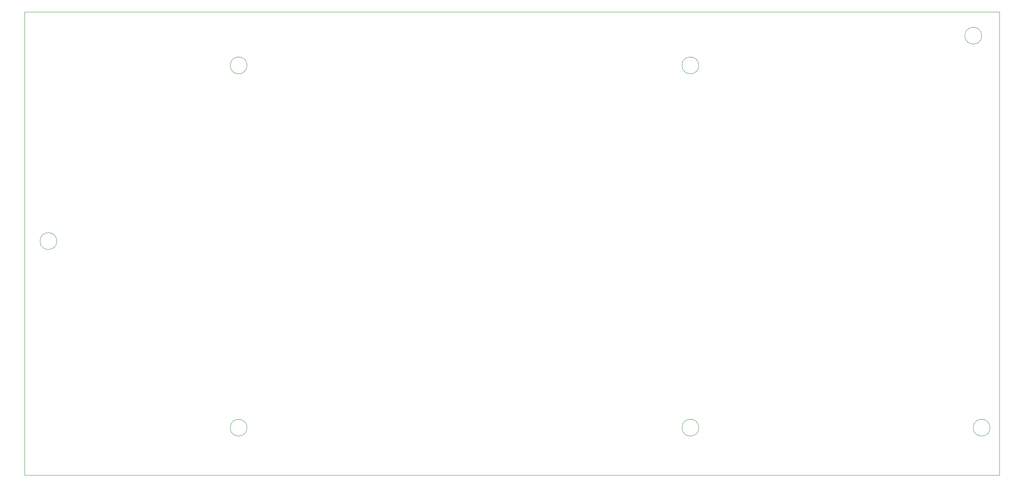
<source format=gm1>
G04 #@! TF.GenerationSoftware,KiCad,Pcbnew,7.0.6*
G04 #@! TF.CreationDate,2023-08-29T18:11:44+02:00*
G04 #@! TF.ProjectId,photo console,70686f74-6f20-4636-9f6e-736f6c652e6b,rev?*
G04 #@! TF.SameCoordinates,Original*
G04 #@! TF.FileFunction,Profile,NP*
%FSLAX46Y46*%
G04 Gerber Fmt 4.6, Leading zero omitted, Abs format (unit mm)*
G04 Created by KiCad (PCBNEW 7.0.6) date 2023-08-29 18:11:44*
%MOMM*%
%LPD*%
G01*
G04 APERTURE LIST*
G04 #@! TA.AperFunction,Profile*
%ADD10C,0.100000*%
G04 #@! TD*
G04 APERTURE END LIST*
D10*
X245636051Y-128270000D02*
G75*
G03*
X245636051Y-128270000I-1796051J0D01*
G01*
X86886051Y-128270000D02*
G75*
G03*
X86886051Y-128270000I-1796051J0D01*
G01*
X183406051Y-128270000D02*
G75*
G03*
X183406051Y-128270000I-1796051J0D01*
G01*
X46246051Y-88373949D02*
G75*
G03*
X46246051Y-88373949I-1796051J0D01*
G01*
X183406051Y-50800000D02*
G75*
G03*
X183406051Y-50800000I-1796051J0D01*
G01*
X86886051Y-50800000D02*
G75*
G03*
X86886051Y-50800000I-1796051J0D01*
G01*
X39370000Y-39370000D02*
X247650000Y-39370000D01*
X247650000Y-138430000D01*
X39370000Y-138430000D01*
X39370000Y-39370000D01*
X243840000Y-44450000D02*
G75*
G03*
X243840000Y-44450000I-1796051J0D01*
G01*
M02*

</source>
